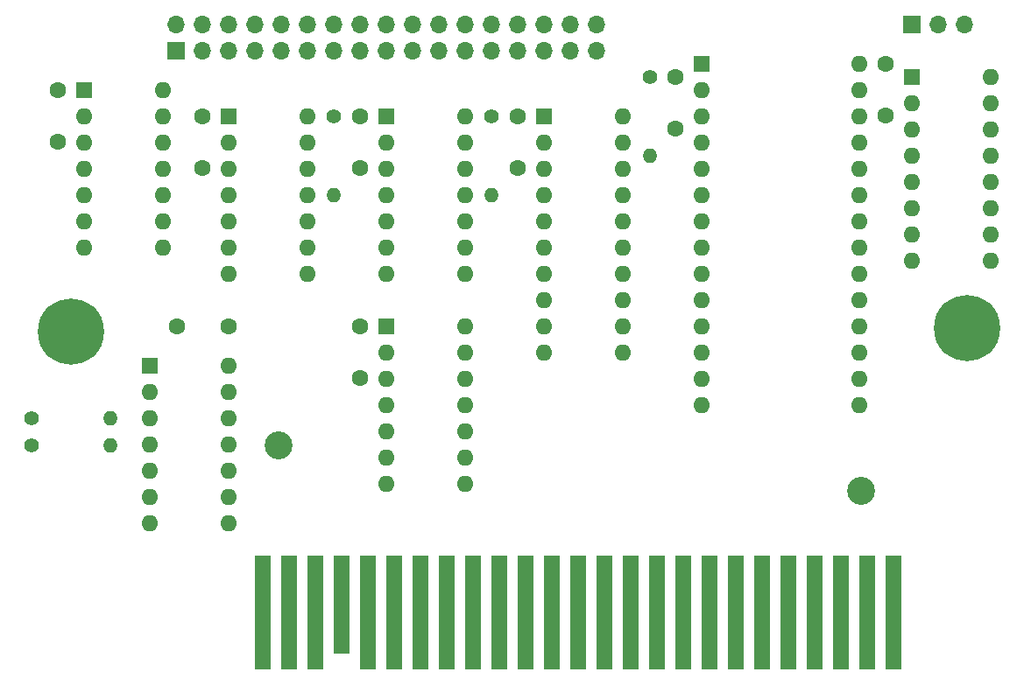
<source format=gbr>
%TF.GenerationSoftware,KiCad,Pcbnew,7.0.9*%
%TF.CreationDate,2024-02-03T08:46:51-03:00*%
%TF.ProjectId,HB3600-Cart,48423336-3030-42d4-9361-72742e6b6963,V1.0*%
%TF.SameCoordinates,Original*%
%TF.FileFunction,Soldermask,Top*%
%TF.FilePolarity,Negative*%
%FSLAX46Y46*%
G04 Gerber Fmt 4.6, Leading zero omitted, Abs format (unit mm)*
G04 Created by KiCad (PCBNEW 7.0.9) date 2024-02-03 08:46:51*
%MOMM*%
%LPD*%
G01*
G04 APERTURE LIST*
%ADD10C,1.600000*%
%ADD11C,1.400000*%
%ADD12O,1.400000X1.400000*%
%ADD13R,1.600000X1.600000*%
%ADD14O,1.600000X1.600000*%
%ADD15R,1.500000X11.000000*%
%ADD16R,1.500000X9.500000*%
%ADD17C,2.700000*%
%ADD18R,1.700000X1.700000*%
%ADD19O,1.700000X1.700000*%
%ADD20C,6.400000*%
G04 APERTURE END LIST*
D10*
%TO.C,C5*%
X192459800Y-95880400D03*
X192459800Y-100880400D03*
%TD*%
D11*
%TO.C,R4*%
X130223450Y-128894050D03*
D12*
X137843450Y-128894050D03*
%TD*%
D13*
%TO.C,U7*%
X141659800Y-123820400D03*
D14*
X141659800Y-126360400D03*
X141659800Y-128900400D03*
X141659800Y-131440400D03*
X141659800Y-133980400D03*
X141659800Y-136520400D03*
X141659800Y-139060400D03*
X149279800Y-139060400D03*
X149279800Y-136520400D03*
X149279800Y-133980400D03*
X149279800Y-131440400D03*
X149279800Y-128900400D03*
X149279800Y-126360400D03*
X149279800Y-123820400D03*
%TD*%
D13*
%TO.C,U5*%
X194999800Y-94610400D03*
D14*
X194999800Y-97150400D03*
X194999800Y-99690400D03*
X194999800Y-102230400D03*
X194999800Y-104770400D03*
X194999800Y-107310400D03*
X194999800Y-109850400D03*
X194999800Y-112390400D03*
X194999800Y-114930400D03*
X194999800Y-117470400D03*
X194999800Y-120010400D03*
X194999800Y-122550400D03*
X194999800Y-125090400D03*
X194999800Y-127630400D03*
X210239800Y-127630400D03*
X210239800Y-125090400D03*
X210239800Y-122550400D03*
X210239800Y-120010400D03*
X210239800Y-117470400D03*
X210239800Y-114930400D03*
X210239800Y-112390400D03*
X210239800Y-109850400D03*
X210239800Y-107310400D03*
X210239800Y-104770400D03*
X210239800Y-102230400D03*
X210239800Y-99690400D03*
X210239800Y-97150400D03*
X210239800Y-94610400D03*
%TD*%
D11*
%TO.C,R1*%
X159439800Y-99690400D03*
D12*
X159439800Y-107310400D03*
%TD*%
D13*
%TO.C,U3*%
X164519800Y-99665000D03*
D14*
X164519800Y-102205000D03*
X164519800Y-104745000D03*
X164519800Y-107285000D03*
X164519800Y-109825000D03*
X164519800Y-112365000D03*
X164519800Y-114905000D03*
X172139800Y-114905000D03*
X172139800Y-112365000D03*
X172139800Y-109825000D03*
X172139800Y-107285000D03*
X172139800Y-104745000D03*
X172139800Y-102205000D03*
X172139800Y-99665000D03*
%TD*%
D15*
%TO.C,P1*%
X213535800Y-147695000D03*
X210995800Y-147695000D03*
X208455800Y-147695000D03*
X205915800Y-147695000D03*
X203375800Y-147695000D03*
X200835800Y-147695000D03*
X198295800Y-147695000D03*
X195755800Y-147695000D03*
X193215800Y-147695000D03*
X190675800Y-147695000D03*
X188135800Y-147695000D03*
X185595800Y-147695000D03*
X183055800Y-147695000D03*
X180515800Y-147695000D03*
X177975800Y-147695000D03*
X175435800Y-147695000D03*
X172895800Y-147695000D03*
X170355800Y-147695000D03*
X167815800Y-147695000D03*
X165275800Y-147695000D03*
X162735800Y-147695000D03*
D16*
X160195800Y-146935000D03*
D15*
X157655800Y-147695000D03*
X155115800Y-147695000D03*
X152575800Y-147695000D03*
%TD*%
D10*
%TO.C,C2*%
X146739800Y-99690400D03*
X146739800Y-104690400D03*
%TD*%
%TO.C,C7*%
X149239800Y-120010400D03*
X144239800Y-120010400D03*
%TD*%
D11*
%TO.C,R3*%
X189970600Y-95880400D03*
D12*
X189970600Y-103500400D03*
%TD*%
D17*
%TO.C,HOLE3*%
X210385850Y-135929850D03*
%TD*%
D11*
%TO.C,R5*%
X130229800Y-131465800D03*
D12*
X137849800Y-131465800D03*
%TD*%
D13*
%TO.C,U1*%
X135309800Y-97150400D03*
D14*
X135309800Y-99690400D03*
X135309800Y-102230400D03*
X135309800Y-104770400D03*
X135309800Y-107310400D03*
X135309800Y-109850400D03*
X135309800Y-112390400D03*
X142929800Y-112390400D03*
X142929800Y-109850400D03*
X142929800Y-107310400D03*
X142929800Y-104770400D03*
X142929800Y-102230400D03*
X142929800Y-99690400D03*
X142929800Y-97150400D03*
%TD*%
D10*
%TO.C,C1*%
X132769800Y-97139600D03*
X132769800Y-102139600D03*
%TD*%
D13*
%TO.C,U4*%
X179759800Y-99690400D03*
D14*
X179759800Y-102230400D03*
X179759800Y-104770400D03*
X179759800Y-107310400D03*
X179759800Y-109850400D03*
X179759800Y-112390400D03*
X179759800Y-114930400D03*
X179759800Y-117470400D03*
X179759800Y-120010400D03*
X179759800Y-122550400D03*
X187379800Y-122550400D03*
X187379800Y-120010400D03*
X187379800Y-117470400D03*
X187379800Y-114930400D03*
X187379800Y-112390400D03*
X187379800Y-109850400D03*
X187379800Y-107310400D03*
X187379800Y-104770400D03*
X187379800Y-102230400D03*
X187379800Y-99690400D03*
%TD*%
D11*
%TO.C,R2*%
X174679800Y-99690400D03*
D12*
X174679800Y-107310400D03*
%TD*%
D18*
%TO.C,J1*%
X144199800Y-93340400D03*
D19*
X144199800Y-90800400D03*
X146739800Y-93340400D03*
X146739800Y-90800400D03*
X149279800Y-93340400D03*
X149279800Y-90800400D03*
X151819800Y-93340400D03*
X151819800Y-90800400D03*
X154359800Y-93340400D03*
X154359800Y-90800400D03*
X156899800Y-93340400D03*
X156899800Y-90800400D03*
X159439800Y-93340400D03*
X159439800Y-90800400D03*
X161979800Y-93340400D03*
X161979800Y-90800400D03*
X164519800Y-93340400D03*
X164519800Y-90800400D03*
X167059800Y-93340400D03*
X167059800Y-90800400D03*
X169599800Y-93340400D03*
X169599800Y-90800400D03*
X172139800Y-93340400D03*
X172139800Y-90800400D03*
X174679800Y-93340400D03*
X174679800Y-90800400D03*
X177219800Y-93340400D03*
X177219800Y-90800400D03*
X179759800Y-93340400D03*
X179759800Y-90800400D03*
X182299800Y-93340400D03*
X182299800Y-90800400D03*
X184839800Y-93340400D03*
X184839800Y-90800400D03*
%TD*%
D13*
%TO.C,U2*%
X149279800Y-99690400D03*
D14*
X149279800Y-102230400D03*
X149279800Y-104770400D03*
X149279800Y-107310400D03*
X149279800Y-109850400D03*
X149279800Y-112390400D03*
X149279800Y-114930400D03*
X156899800Y-114930400D03*
X156899800Y-112390400D03*
X156899800Y-109850400D03*
X156899800Y-107310400D03*
X156899800Y-104770400D03*
X156899800Y-102230400D03*
X156899800Y-99690400D03*
%TD*%
D17*
%TO.C,HOLE2*%
X154105800Y-131516600D03*
%TD*%
D13*
%TO.C,U6*%
X215319800Y-95880400D03*
D14*
X215319800Y-98420400D03*
X215319800Y-100960400D03*
X215319800Y-103500400D03*
X215319800Y-106040400D03*
X215319800Y-108580400D03*
X215319800Y-111120400D03*
X215319800Y-113660400D03*
X222939800Y-113660400D03*
X222939800Y-111120400D03*
X222939800Y-108580400D03*
X222939800Y-106040400D03*
X222939800Y-103500400D03*
X222939800Y-100960400D03*
X222939800Y-98420400D03*
X222939800Y-95880400D03*
%TD*%
D10*
%TO.C,C6*%
X212779800Y-94610400D03*
X212779800Y-99610400D03*
%TD*%
%TO.C,C4*%
X177215800Y-99690400D03*
X177215800Y-104690400D03*
%TD*%
D13*
%TO.C,U8*%
X164513450Y-119978650D03*
D14*
X164513450Y-122518650D03*
X164513450Y-125058650D03*
X164513450Y-127598650D03*
X164513450Y-130138650D03*
X164513450Y-132678650D03*
X164513450Y-135218650D03*
X172133450Y-135218650D03*
X172133450Y-132678650D03*
X172133450Y-130138650D03*
X172133450Y-127598650D03*
X172133450Y-125058650D03*
X172133450Y-122518650D03*
X172133450Y-119978650D03*
%TD*%
D18*
%TO.C,J2*%
X215313450Y-90794050D03*
D19*
X217853450Y-90794050D03*
X220393450Y-90794050D03*
%TD*%
D10*
%TO.C,C3*%
X161979800Y-99665000D03*
X161979800Y-104665000D03*
%TD*%
D20*
%TO.C,HOLE1*%
X134015800Y-120495000D03*
%TD*%
D10*
%TO.C,C8*%
X161973450Y-120004050D03*
X161973450Y-125004050D03*
%TD*%
D20*
%TO.C,HOLE4*%
X220615800Y-120115000D03*
%TD*%
M02*

</source>
